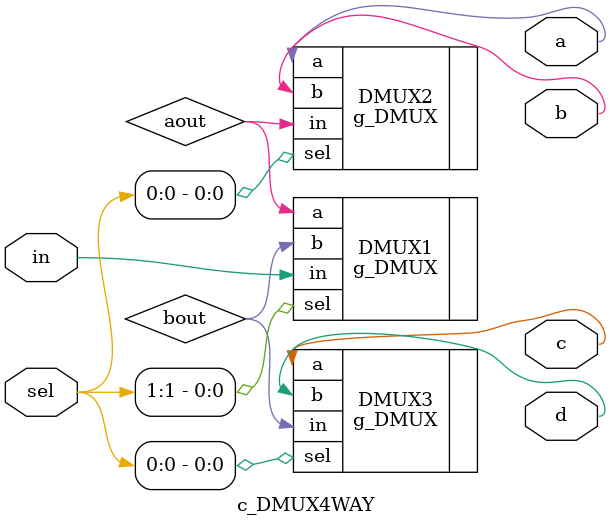
<source format=v>

module c_DMUX4WAY
(
    input        in,
    input  [1:0] sel,
    output       a, b, c, d
);

wire aout, bout;

g_DMUX DMUX1 ( .in(in),   .sel(sel[1]), .a(aout), .b(bout) );
g_DMUX DMUX2 ( .in(aout), .sel(sel[0]), .a(a),    .b(b)    );
g_DMUX DMUX3 ( .in(bout), .sel(sel[0]), .a(c),    .b(d)    );

endmodule

</source>
